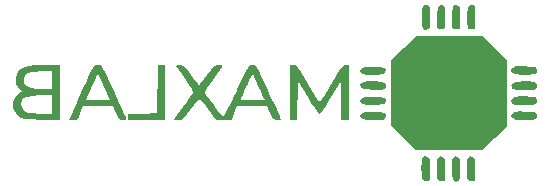
<source format=gbr>
%TF.GenerationSoftware,KiCad,Pcbnew,(6.0.9)*%
%TF.CreationDate,2022-11-08T23:36:55-08:00*%
%TF.ProjectId,esp32-prog,65737033-322d-4707-926f-672e6b696361,rev?*%
%TF.SameCoordinates,PX8f0d180PY2d4cae0*%
%TF.FileFunction,Legend,Bot*%
%TF.FilePolarity,Positive*%
%FSLAX46Y46*%
G04 Gerber Fmt 4.6, Leading zero omitted, Abs format (unit mm)*
G04 Created by KiCad (PCBNEW (6.0.9)) date 2022-11-08 23:36:55*
%MOMM*%
%LPD*%
G01*
G04 APERTURE LIST*
G04 APERTURE END LIST*
%TO.C,G\u002A\u002A\u002A*%
G36*
X43287501Y-20384056D02*
G01*
X43298629Y-20390589D01*
X43385511Y-20482402D01*
X43438009Y-20655481D01*
X43463844Y-20953491D01*
X43470740Y-21420093D01*
X43469374Y-21603772D01*
X43456087Y-22001555D01*
X43431680Y-22292768D01*
X43399889Y-22424436D01*
X43304540Y-22477910D01*
X43068717Y-22479033D01*
X42854338Y-22367755D01*
X42788206Y-22201007D01*
X42742904Y-21852720D01*
X42726807Y-21361871D01*
X42726808Y-21353817D01*
X42734339Y-20907674D01*
X42762444Y-20627481D01*
X42819913Y-20467631D01*
X42915535Y-20382514D01*
X43017354Y-20344291D01*
X43287501Y-20384056D01*
G37*
G36*
X42027104Y-7609232D02*
G01*
X42075457Y-7661846D01*
X42146759Y-7840056D01*
X42184422Y-8145968D01*
X42195426Y-8621549D01*
X42194614Y-8749880D01*
X42181213Y-9143153D01*
X42154762Y-9435009D01*
X42119696Y-9569901D01*
X42006445Y-9611348D01*
X41774299Y-9614183D01*
X41759651Y-9612456D01*
X41636511Y-9587380D01*
X41561188Y-9519922D01*
X41521934Y-9367539D01*
X41506999Y-9087690D01*
X41504631Y-8637832D01*
X41504631Y-8636467D01*
X41512135Y-8161528D01*
X41539367Y-7855874D01*
X41593500Y-7676707D01*
X41681706Y-7581233D01*
X41822816Y-7526945D01*
X42027104Y-7609232D01*
G37*
G36*
X40736874Y-20384056D02*
G01*
X40748001Y-20390589D01*
X40834884Y-20482402D01*
X40887381Y-20655481D01*
X40913217Y-20953491D01*
X40920113Y-21420093D01*
X40918747Y-21603772D01*
X40905459Y-22001555D01*
X40881052Y-22292768D01*
X40849262Y-22424436D01*
X40753913Y-22477910D01*
X40518089Y-22479033D01*
X40303711Y-22367755D01*
X40237579Y-22201007D01*
X40192276Y-21852720D01*
X40176179Y-21361871D01*
X40176181Y-21353817D01*
X40183711Y-20907674D01*
X40211817Y-20627481D01*
X40269285Y-20467631D01*
X40364907Y-20382514D01*
X40466726Y-20344291D01*
X40736874Y-20384056D01*
G37*
G36*
X45089550Y-11201452D02*
G01*
X46127644Y-12235650D01*
X46127644Y-17762195D01*
X45093445Y-18800289D01*
X44059247Y-19838383D01*
X38426426Y-19838383D01*
X37388332Y-18804184D01*
X36350238Y-17769986D01*
X36350238Y-12243441D01*
X37384437Y-11205347D01*
X38418635Y-10167253D01*
X44051456Y-10167253D01*
X45089550Y-11201452D01*
G37*
G36*
X47706777Y-15291109D02*
G01*
X48096160Y-15306293D01*
X48392399Y-15331029D01*
X48556395Y-15375507D01*
X48631484Y-15452634D01*
X48661001Y-15575318D01*
X48651836Y-15754560D01*
X48554725Y-15919088D01*
X48527843Y-15931166D01*
X48313148Y-15971194D01*
X47963386Y-15999580D01*
X47539542Y-16010814D01*
X47440043Y-16010814D01*
X47033225Y-16002216D01*
X46782091Y-15971990D01*
X46639097Y-15910290D01*
X46556698Y-15807270D01*
X46505641Y-15624067D01*
X46617657Y-15431334D01*
X46718763Y-15359340D01*
X46913666Y-15304674D01*
X47227610Y-15283913D01*
X47706777Y-15291109D01*
G37*
G36*
X35048629Y-13995183D02*
G01*
X35506457Y-14032664D01*
X35782661Y-14125943D01*
X35897788Y-14285885D01*
X35872383Y-14523353D01*
X35833981Y-14613271D01*
X35750867Y-14682832D01*
X35586364Y-14717502D01*
X35296841Y-14725349D01*
X34838666Y-14714436D01*
X34763594Y-14711957D01*
X34310969Y-14688464D01*
X34021482Y-14649917D01*
X33851584Y-14587347D01*
X33757728Y-14491782D01*
X33741941Y-14464058D01*
X33721179Y-14259204D01*
X33903351Y-14111931D01*
X34286751Y-14023007D01*
X34869671Y-13993195D01*
X35048629Y-13995183D01*
G37*
G36*
X47647911Y-12740539D02*
G01*
X47669752Y-12741222D01*
X48122000Y-12758541D01*
X48405319Y-12783788D01*
X48561639Y-12828721D01*
X48632890Y-12905102D01*
X48661001Y-13024691D01*
X48651836Y-13203932D01*
X48554725Y-13368461D01*
X48540468Y-13375795D01*
X48343012Y-13418031D01*
X48007053Y-13448202D01*
X47596532Y-13460187D01*
X47450941Y-13459011D01*
X46941496Y-13418545D01*
X46627986Y-13317683D01*
X46502916Y-13152518D01*
X46558791Y-12919142D01*
X46605132Y-12847931D01*
X46704986Y-12776662D01*
X46882078Y-12739925D01*
X47181392Y-12730343D01*
X47647911Y-12740539D01*
G37*
G36*
X26551265Y-16199963D02*
G01*
X26749470Y-16642797D01*
X26887054Y-16953636D01*
X26950250Y-17101772D01*
X26971223Y-17178144D01*
X26917757Y-17265756D01*
X26698269Y-17287755D01*
X26553592Y-17277787D01*
X26403527Y-17208171D01*
X26270564Y-17031991D01*
X26108260Y-16703237D01*
X25840658Y-16118718D01*
X23302958Y-16118718D01*
X23065719Y-16703237D01*
X22828480Y-17287755D01*
X21486056Y-17287755D01*
X20833920Y-16384408D01*
X20625401Y-16102032D01*
X20374589Y-15781188D01*
X20185843Y-15562128D01*
X20089024Y-15481061D01*
X20026590Y-15526917D01*
X19857803Y-15713966D01*
X19618943Y-16011827D01*
X19339938Y-16384408D01*
X19317448Y-16415342D01*
X19022559Y-16812233D01*
X18810702Y-17066862D01*
X18646948Y-17210286D01*
X18496370Y-17273564D01*
X18324038Y-17287755D01*
X18286256Y-17287434D01*
X18057792Y-17268547D01*
X17964464Y-17229489D01*
X17964538Y-17228586D01*
X18028820Y-17120985D01*
X18196383Y-16880479D01*
X18442354Y-16541920D01*
X18741861Y-16140159D01*
X19049276Y-15730291D01*
X19313149Y-15374464D01*
X19504707Y-15111738D01*
X19595879Y-14980234D01*
X19589085Y-14896863D01*
X19475626Y-14658576D01*
X19255583Y-14304884D01*
X18945593Y-13864335D01*
X18942027Y-13859493D01*
X18583004Y-13372204D01*
X18336854Y-13031322D01*
X18192454Y-12810907D01*
X18138680Y-12685018D01*
X18164407Y-12627715D01*
X18258510Y-12613058D01*
X18409866Y-12615108D01*
X18550660Y-12626102D01*
X18707932Y-12684512D01*
X18874548Y-12822461D01*
X19087221Y-13072035D01*
X19382661Y-13465317D01*
X19557893Y-13700359D01*
X19803473Y-14015515D01*
X19985929Y-14231732D01*
X20075018Y-14312023D01*
X20118933Y-14278599D01*
X20269632Y-14106915D01*
X20493709Y-13822260D01*
X20761160Y-13461814D01*
X21040100Y-13083434D01*
X21250108Y-12828756D01*
X21413333Y-12686670D01*
X21567147Y-12625010D01*
X21748924Y-12611605D01*
X21762455Y-12611578D01*
X21917607Y-12610952D01*
X22013272Y-12627728D01*
X22038720Y-12687794D01*
X21983222Y-12817038D01*
X21836048Y-13041349D01*
X21586469Y-13386614D01*
X21223754Y-13878723D01*
X20993385Y-14198566D01*
X20723833Y-14608235D01*
X20588160Y-14878188D01*
X20580363Y-15019066D01*
X20674768Y-15157102D01*
X20988516Y-15601127D01*
X21309674Y-16037210D01*
X21612378Y-16432114D01*
X21870763Y-16752607D01*
X22058966Y-16965452D01*
X22151122Y-17037417D01*
X22177973Y-17006966D01*
X22288232Y-16815712D01*
X22464745Y-16472905D01*
X22693799Y-16006201D01*
X22915604Y-15540087D01*
X23597100Y-15540087D01*
X23630724Y-15552184D01*
X23830491Y-15570265D01*
X24169980Y-15582707D01*
X24602947Y-15587337D01*
X25608793Y-15587337D01*
X25411105Y-15135663D01*
X25282667Y-14846236D01*
X25091233Y-14421494D01*
X24895781Y-13993195D01*
X24812080Y-13812298D01*
X24676942Y-13539462D01*
X24591515Y-13424539D01*
X24530620Y-13442443D01*
X24469075Y-13568090D01*
X24449979Y-13613620D01*
X24335207Y-13875694D01*
X24168375Y-14247227D01*
X23978553Y-14663308D01*
X23908211Y-14817088D01*
X23749107Y-15171842D01*
X23638535Y-15428626D01*
X23597100Y-15540087D01*
X22915604Y-15540087D01*
X22961681Y-15443257D01*
X23254678Y-14811729D01*
X23318717Y-14672045D01*
X23628821Y-13998090D01*
X23867394Y-13489910D01*
X24048681Y-13124126D01*
X24186926Y-12877358D01*
X24296374Y-12726225D01*
X24391269Y-12647348D01*
X24485856Y-12617347D01*
X24594380Y-12612842D01*
X24602760Y-12612880D01*
X24711020Y-12619399D01*
X24805922Y-12653453D01*
X24901892Y-12738774D01*
X25013357Y-12899090D01*
X25154742Y-13158134D01*
X25340475Y-13539636D01*
X25584981Y-14067325D01*
X25902687Y-14764934D01*
X26028052Y-15041139D01*
X26275206Y-15587337D01*
X26306204Y-15655842D01*
X26551265Y-16199963D01*
G37*
G36*
X35371938Y-15336329D02*
G01*
X35686961Y-15400470D01*
X35854250Y-15498722D01*
X35908538Y-15639831D01*
X35826251Y-15844119D01*
X35772247Y-15886815D01*
X35518496Y-15968284D01*
X35146942Y-16014319D01*
X34723061Y-16024920D01*
X34312329Y-16000087D01*
X33980222Y-15939820D01*
X33792217Y-15844119D01*
X33715421Y-15707573D01*
X33764218Y-15498722D01*
X33875733Y-15420861D01*
X34161076Y-15348563D01*
X34546933Y-15310375D01*
X34971241Y-15306297D01*
X35371938Y-15336329D01*
G37*
G36*
X47592003Y-13993244D02*
G01*
X47996162Y-14002855D01*
X48325097Y-14025897D01*
X48510165Y-14057703D01*
X48538442Y-14072381D01*
X48649455Y-14240896D01*
X48678561Y-14477115D01*
X48607421Y-14666277D01*
X48575261Y-14680196D01*
X48370548Y-14709340D01*
X48028332Y-14729559D01*
X47601536Y-14737128D01*
X47401711Y-14736430D01*
X47012573Y-14725258D01*
X46772490Y-14693438D01*
X46635764Y-14631995D01*
X46556698Y-14531956D01*
X46543792Y-14506612D01*
X46509545Y-14278101D01*
X46664485Y-14118091D01*
X47013449Y-14023987D01*
X47561271Y-13993195D01*
X47592003Y-13993244D01*
G37*
G36*
X13539991Y-16353885D02*
G01*
X13729039Y-16777413D01*
X13856060Y-17064532D01*
X13908258Y-17186622D01*
X13909731Y-17192306D01*
X13831065Y-17259908D01*
X13614658Y-17287755D01*
X13460512Y-17277279D01*
X13312549Y-17207635D01*
X13183654Y-17031773D01*
X13027131Y-16703237D01*
X12768629Y-16118718D01*
X10245418Y-16118718D01*
X10003148Y-16703237D01*
X9872078Y-17002084D01*
X9750820Y-17192252D01*
X9611480Y-17271745D01*
X9405832Y-17287755D01*
X9050785Y-17287755D01*
X9690557Y-15879596D01*
X9843914Y-15541930D01*
X10525133Y-15541930D01*
X10558018Y-15553450D01*
X10756681Y-15570877D01*
X11095234Y-15582872D01*
X11527348Y-15587337D01*
X12529562Y-15587337D01*
X12039611Y-14472843D01*
X11853553Y-14061480D01*
X11683213Y-13709034D01*
X11559041Y-13479194D01*
X11499553Y-13408454D01*
X11458059Y-13480739D01*
X11346284Y-13707734D01*
X11189638Y-14039769D01*
X11010743Y-14427312D01*
X10832223Y-14820832D01*
X10676699Y-15170796D01*
X10566795Y-15427673D01*
X10525133Y-15541930D01*
X9843914Y-15541930D01*
X9924553Y-15364376D01*
X10279665Y-14583316D01*
X10562808Y-13965624D01*
X10784705Y-13492188D01*
X10956075Y-13143899D01*
X11087639Y-12901645D01*
X11190119Y-12746316D01*
X11274234Y-12658802D01*
X11350706Y-12619992D01*
X11430255Y-12610776D01*
X11523602Y-12612042D01*
X11550801Y-12612184D01*
X11653793Y-12621061D01*
X11746326Y-12660692D01*
X11842352Y-12754374D01*
X11955824Y-12925405D01*
X12100693Y-13197084D01*
X12290912Y-13592709D01*
X12540434Y-14135576D01*
X12863209Y-14848985D01*
X13026995Y-15212100D01*
X13195853Y-15587337D01*
X13301711Y-15822574D01*
X13539991Y-16353885D01*
G37*
G36*
X43296881Y-7543239D02*
G01*
X43307023Y-7547430D01*
X43389221Y-7623326D01*
X43439208Y-7788800D01*
X43464032Y-8084747D01*
X43470740Y-8552063D01*
X43469194Y-8742883D01*
X43454908Y-9142687D01*
X43428864Y-9436037D01*
X43395010Y-9569901D01*
X43281759Y-9611348D01*
X43049613Y-9614183D01*
X43034965Y-9612456D01*
X42911824Y-9587380D01*
X42836502Y-9519922D01*
X42797248Y-9367539D01*
X42782313Y-9087690D01*
X42779945Y-8637832D01*
X42786451Y-8284668D01*
X42830111Y-7854794D01*
X42923240Y-7601686D01*
X43075581Y-7504713D01*
X43296881Y-7543239D01*
G37*
G36*
X39470939Y-7543239D02*
G01*
X39481082Y-7547430D01*
X39563280Y-7623326D01*
X39613267Y-7788800D01*
X39638090Y-8084747D01*
X39644799Y-8552063D01*
X39643341Y-8743533D01*
X39629964Y-9142074D01*
X39605604Y-9433465D01*
X39573948Y-9565022D01*
X39479546Y-9608182D01*
X39257144Y-9635873D01*
X39157068Y-9624711D01*
X39020609Y-9532593D01*
X38941565Y-9321862D01*
X38911511Y-8962020D01*
X38922024Y-8422568D01*
X38964065Y-7983267D01*
X39065591Y-7658826D01*
X39231809Y-7516539D01*
X39470939Y-7543239D01*
G37*
G36*
X47647911Y-16566480D02*
G01*
X47669752Y-16567164D01*
X48122000Y-16584483D01*
X48405319Y-16609729D01*
X48561639Y-16654662D01*
X48632890Y-16731043D01*
X48661001Y-16850632D01*
X48651836Y-17029874D01*
X48554725Y-17194402D01*
X48540468Y-17201736D01*
X48343012Y-17243973D01*
X48007053Y-17274144D01*
X47596532Y-17286128D01*
X47450941Y-17284953D01*
X46941496Y-17244486D01*
X46627986Y-17143624D01*
X46502916Y-16978459D01*
X46558791Y-16745083D01*
X46605132Y-16673873D01*
X46704986Y-16602604D01*
X46882078Y-16565866D01*
X47181392Y-16556284D01*
X47647911Y-16566480D01*
G37*
G36*
X39439627Y-20373714D02*
G01*
X39483392Y-20400317D01*
X39567468Y-20496226D01*
X39616412Y-20667437D01*
X39639198Y-20959646D01*
X39644799Y-21418552D01*
X39643416Y-21603623D01*
X39630113Y-22001543D01*
X39605714Y-22292788D01*
X39573948Y-22424436D01*
X39478599Y-22477910D01*
X39242775Y-22479033D01*
X39028397Y-22367755D01*
X39011973Y-22347610D01*
X38939304Y-22127614D01*
X38901244Y-21777662D01*
X38896420Y-21365374D01*
X38923461Y-20958372D01*
X38980998Y-20624274D01*
X39067660Y-20430704D01*
X39225575Y-20327343D01*
X39439627Y-20373714D01*
G37*
G36*
X35371938Y-12785701D02*
G01*
X35686961Y-12849843D01*
X35854250Y-12948094D01*
X35908538Y-13089203D01*
X35826251Y-13293491D01*
X35772247Y-13336187D01*
X35518496Y-13417656D01*
X35146942Y-13463692D01*
X34723061Y-13474293D01*
X34312329Y-13449460D01*
X33980222Y-13389193D01*
X33792217Y-13293491D01*
X33715421Y-13156946D01*
X33764218Y-12948094D01*
X33875733Y-12870233D01*
X34161076Y-12797935D01*
X34546933Y-12759747D01*
X34971241Y-12755669D01*
X35371938Y-12785701D01*
G37*
G36*
X32736849Y-17287755D02*
G01*
X32099192Y-17287755D01*
X32099192Y-13949687D01*
X31242362Y-15353031D01*
X31073342Y-15625887D01*
X30784321Y-16073545D01*
X30537577Y-16432037D01*
X30355042Y-16670076D01*
X30258648Y-16756375D01*
X30217689Y-16729417D01*
X30072087Y-16555151D01*
X29853134Y-16245941D01*
X29582590Y-15833169D01*
X29282215Y-15348216D01*
X28432665Y-13940057D01*
X28374129Y-17287755D01*
X27741870Y-17287755D01*
X27741870Y-12611605D01*
X28034129Y-12613407D01*
X28086953Y-12616312D01*
X28199534Y-12650399D01*
X28319366Y-12743232D01*
X28465884Y-12920086D01*
X28658523Y-13206240D01*
X28916721Y-13626968D01*
X29259913Y-14207549D01*
X29518059Y-14642776D01*
X29799150Y-15104004D01*
X30030623Y-15469722D01*
X30193683Y-15710353D01*
X30269537Y-15796324D01*
X30325502Y-15735146D01*
X30474801Y-15516921D01*
X30695719Y-15168839D01*
X30969441Y-14720669D01*
X31277149Y-14202181D01*
X31319357Y-14130169D01*
X31655862Y-13563195D01*
X31909891Y-13154723D01*
X32100018Y-12880040D01*
X32244821Y-12714435D01*
X32362875Y-12633194D01*
X32472755Y-12611605D01*
X32736849Y-12611605D01*
X32736849Y-17287755D01*
G37*
G36*
X17220531Y-17287755D02*
G01*
X14032246Y-17287755D01*
X14032246Y-16763120D01*
X15280991Y-16733178D01*
X16529736Y-16703237D01*
X16587464Y-12611605D01*
X17220531Y-12611605D01*
X17220531Y-17287755D01*
G37*
G36*
X42012187Y-20384056D02*
G01*
X42099853Y-20464447D01*
X42158562Y-20626932D01*
X42187613Y-20911588D01*
X42195426Y-21363413D01*
X42180837Y-21832209D01*
X42136835Y-22187991D01*
X42067895Y-22367755D01*
X41994995Y-22427127D01*
X41823460Y-22495287D01*
X41818511Y-22495257D01*
X41645144Y-22435528D01*
X41531873Y-22244051D01*
X41470166Y-21894830D01*
X41451493Y-21361871D01*
X41451495Y-21353817D01*
X41459025Y-20907674D01*
X41487130Y-20627481D01*
X41544599Y-20467631D01*
X41640221Y-20382514D01*
X41742040Y-20344291D01*
X42012187Y-20384056D01*
G37*
G36*
X35371938Y-16611642D02*
G01*
X35686961Y-16675784D01*
X35854250Y-16774035D01*
X35908538Y-16915145D01*
X35826251Y-17119433D01*
X35772247Y-17162129D01*
X35518496Y-17243598D01*
X35146942Y-17289633D01*
X34723061Y-17300234D01*
X34312329Y-17275401D01*
X33980222Y-17215134D01*
X33792217Y-17119433D01*
X33715421Y-16982887D01*
X33764218Y-16774035D01*
X33875733Y-16696175D01*
X34161076Y-16623877D01*
X34546933Y-16585689D01*
X34971241Y-16581611D01*
X35371938Y-16611642D01*
G37*
G36*
X6778899Y-17269096D02*
G01*
X6570993Y-17263196D01*
X5881671Y-17229116D01*
X5365018Y-17169477D01*
X4989553Y-17073620D01*
X4723797Y-16930888D01*
X4536269Y-16730623D01*
X4395490Y-16462166D01*
X4328344Y-16243225D01*
X4323776Y-15945282D01*
X4998774Y-15945282D01*
X5035289Y-16196125D01*
X5222198Y-16500782D01*
X5264891Y-16536278D01*
X5424323Y-16621826D01*
X5661903Y-16678844D01*
X6022416Y-16715379D01*
X6550650Y-16739479D01*
X7655677Y-16775722D01*
X7655677Y-15137511D01*
X6610133Y-15179506D01*
X6538801Y-15182539D01*
X5916238Y-15230940D01*
X5476512Y-15319270D01*
X5194063Y-15459673D01*
X5043336Y-15664295D01*
X4998774Y-15945282D01*
X4323776Y-15945282D01*
X4321439Y-15792880D01*
X4472469Y-15386089D01*
X4764047Y-15087692D01*
X4775585Y-15080479D01*
X4981265Y-14951820D01*
X5084922Y-14886841D01*
X5086718Y-14880113D01*
X5014990Y-14776083D01*
X4845800Y-14593816D01*
X4733179Y-14466283D01*
X4607616Y-14202855D01*
X4573669Y-13833781D01*
X4574606Y-13790457D01*
X5220228Y-13790457D01*
X5265937Y-14121745D01*
X5491349Y-14410586D01*
X5510384Y-14425292D01*
X5685912Y-14530134D01*
X5908178Y-14592714D01*
X6232332Y-14622974D01*
X6713524Y-14630852D01*
X7655677Y-14630852D01*
X7655677Y-13117632D01*
X6652075Y-13161527D01*
X6204148Y-13187713D01*
X5832822Y-13232757D01*
X5589913Y-13301594D01*
X5429899Y-13403227D01*
X5357997Y-13478586D01*
X5220228Y-13790457D01*
X4574606Y-13790457D01*
X4575597Y-13744603D01*
X4646217Y-13361646D01*
X4832050Y-13068324D01*
X5151605Y-12855677D01*
X5623396Y-12714746D01*
X6265933Y-12636573D01*
X7097728Y-12612197D01*
X8293334Y-12611605D01*
X8293334Y-17307685D01*
X6778899Y-17269096D01*
G37*
G36*
X40746253Y-7543239D02*
G01*
X40756396Y-7547430D01*
X40838594Y-7623326D01*
X40888580Y-7788800D01*
X40913404Y-8084747D01*
X40920113Y-8552063D01*
X40918566Y-8742883D01*
X40904280Y-9142687D01*
X40878237Y-9436037D01*
X40844383Y-9569901D01*
X40731131Y-9611348D01*
X40498985Y-9614183D01*
X40484338Y-9612456D01*
X40361197Y-9587380D01*
X40285874Y-9519922D01*
X40246621Y-9367539D01*
X40231685Y-9087690D01*
X40229318Y-8637832D01*
X40235823Y-8284668D01*
X40279483Y-7854794D01*
X40372612Y-7601686D01*
X40524954Y-7504713D01*
X40746253Y-7543239D01*
G37*
%TD*%
M02*

</source>
